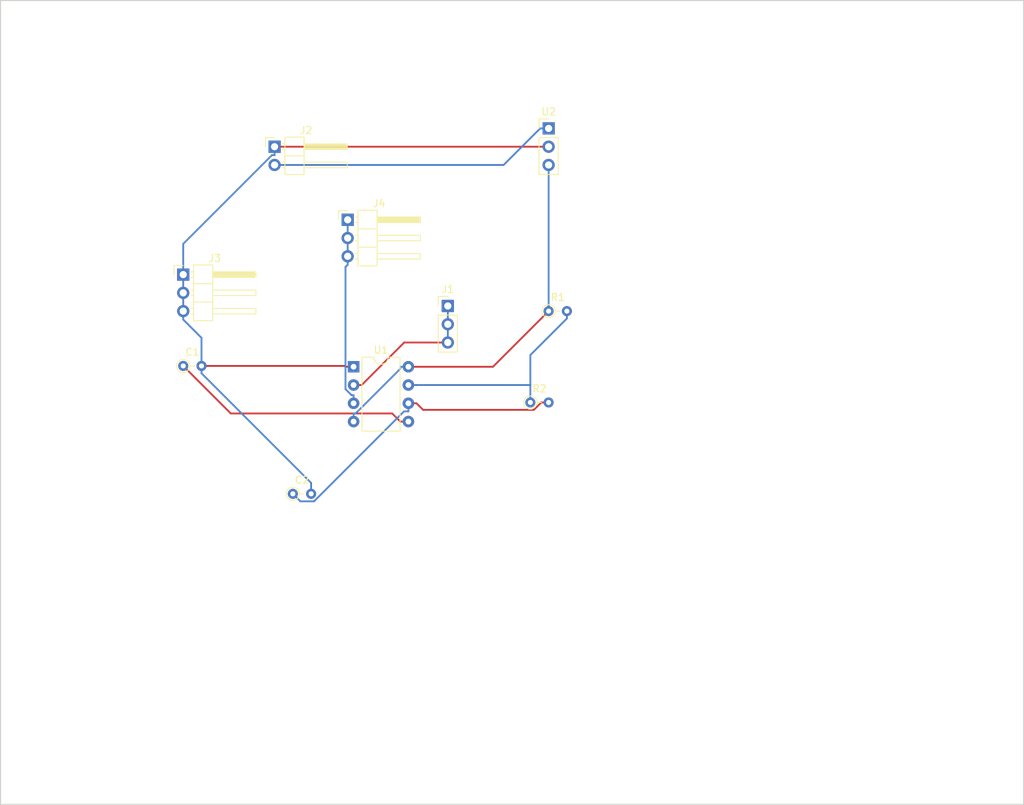
<source format=kicad_pcb>
(kicad_pcb (version 20171130) (host pcbnew 5.0.2-bee76a0~70~ubuntu18.04.1)

  (general
    (thickness 1.6)
    (drawings 4)
    (tracks 60)
    (zones 0)
    (modules 10)
    (nets 9)
  )

  (page A4)
  (layers
    (0 F.Cu signal)
    (31 B.Cu signal)
    (32 B.Adhes user)
    (33 F.Adhes user)
    (34 B.Paste user)
    (35 F.Paste user)
    (36 B.SilkS user)
    (37 F.SilkS user)
    (38 B.Mask user)
    (39 F.Mask user)
    (40 Dwgs.User user)
    (41 Cmts.User user)
    (42 Eco1.User user)
    (43 Eco2.User user)
    (44 Edge.Cuts user)
    (45 Margin user)
    (46 B.CrtYd user)
    (47 F.CrtYd user)
    (48 B.Fab user)
    (49 F.Fab user)
  )

  (setup
    (last_trace_width 0.8)
    (trace_clearance 0.3)
    (zone_clearance 0.508)
    (zone_45_only no)
    (trace_min 0.2)
    (segment_width 0.2)
    (edge_width 0.15)
    (via_size 0.8)
    (via_drill 0.4)
    (via_min_size 0.4)
    (via_min_drill 0.3)
    (uvia_size 0.3)
    (uvia_drill 0.1)
    (uvias_allowed no)
    (uvia_min_size 0.2)
    (uvia_min_drill 0.1)
    (pcb_text_width 0.3)
    (pcb_text_size 1.5 1.5)
    (mod_edge_width 0.15)
    (mod_text_size 1 1)
    (mod_text_width 0.15)
    (pad_size 1.524 1.524)
    (pad_drill 0.762)
    (pad_to_mask_clearance 0.051)
    (solder_mask_min_width 0.25)
    (aux_axis_origin 0 0)
    (visible_elements FFFFFF7F)
    (pcbplotparams
      (layerselection 0x010f0_ffffffff)
      (usegerberextensions false)
      (usegerberattributes false)
      (usegerberadvancedattributes false)
      (creategerberjobfile false)
      (excludeedgelayer true)
      (linewidth 0.100000)
      (plotframeref true)
      (viasonmask false)
      (mode 1)
      (useauxorigin false)
      (hpglpennumber 1)
      (hpglpenspeed 20)
      (hpglpendiameter 15.000000)
      (psnegative false)
      (psa4output false)
      (plotreference true)
      (plotvalue true)
      (plotinvisibletext false)
      (padsonsilk false)
      (subtractmaskfromsilk false)
      (outputformat 1)
      (mirror false)
      (drillshape 0)
      (scaleselection 1)
      (outputdirectory "gerbers/"))
  )

  (net 0 "")
  (net 1 "Net-(C1-Pad2)")
  (net 2 "Net-(C1-Pad1)")
  (net 3 "Net-(C2-Pad1)")
  (net 4 "Net-(J1-Pad1)")
  (net 5 "Net-(J2-Pad2)")
  (net 6 "Net-(J4-Pad1)")
  (net 7 "Net-(R1-Pad1)")
  (net 8 "Net-(R1-Pad2)")

  (net_class Default "This is the default net class."
    (clearance 0.3)
    (trace_width 0.8)
    (via_dia 0.8)
    (via_drill 0.4)
    (uvia_dia 0.3)
    (uvia_drill 0.1)
    (add_net "Net-(C1-Pad1)")
    (add_net "Net-(C1-Pad2)")
    (add_net "Net-(C2-Pad1)")
    (add_net "Net-(J1-Pad1)")
    (add_net "Net-(J2-Pad2)")
    (add_net "Net-(J4-Pad1)")
    (add_net "Net-(R1-Pad1)")
    (add_net "Net-(R1-Pad2)")
  )

  (module Resistor_THT:R_Axial_DIN0204_L3.6mm_D1.6mm_P2.54mm_Vertical (layer F.Cu) (tedit 5AE5139B) (tstamp 5C8B5937)
    (at 50.8 76.2)
    (descr "Resistor, Axial_DIN0204 series, Axial, Vertical, pin pitch=2.54mm, 0.167W, length*diameter=3.6*1.6mm^2, http://cdn-reichelt.de/documents/datenblatt/B400/1_4W%23YAG.pdf")
    (tags "Resistor Axial_DIN0204 series Axial Vertical pin pitch 2.54mm 0.167W length 3.6mm diameter 1.6mm")
    (path /5C7EEEC8)
    (fp_text reference C1 (at 1.27 -1.92) (layer F.SilkS)
      (effects (font (size 1 1) (thickness 0.15)))
    )
    (fp_text value 0.01uF (at 1.27 1.92) (layer F.Fab)
      (effects (font (size 1 1) (thickness 0.15)))
    )
    (fp_text user %R (at 1.27 -1.92) (layer F.Fab)
      (effects (font (size 1 1) (thickness 0.15)))
    )
    (fp_line (start 3.49 -1.05) (end -1.05 -1.05) (layer F.CrtYd) (width 0.05))
    (fp_line (start 3.49 1.05) (end 3.49 -1.05) (layer F.CrtYd) (width 0.05))
    (fp_line (start -1.05 1.05) (end 3.49 1.05) (layer F.CrtYd) (width 0.05))
    (fp_line (start -1.05 -1.05) (end -1.05 1.05) (layer F.CrtYd) (width 0.05))
    (fp_line (start 0.92 0) (end 1.54 0) (layer F.SilkS) (width 0.12))
    (fp_line (start 0 0) (end 2.54 0) (layer F.Fab) (width 0.1))
    (fp_circle (center 0 0) (end 0.92 0) (layer F.SilkS) (width 0.12))
    (fp_circle (center 0 0) (end 0.8 0) (layer F.Fab) (width 0.1))
    (pad 2 thru_hole oval (at 2.54 0) (size 1.4 1.4) (drill 0.7) (layers *.Cu *.Mask)
      (net 1 "Net-(C1-Pad2)"))
    (pad 1 thru_hole circle (at 0 0) (size 1.4 1.4) (drill 0.7) (layers *.Cu *.Mask)
      (net 2 "Net-(C1-Pad1)"))
    (model ${KISYS3DMOD}/Resistor_THT.3dshapes/R_Axial_DIN0204_L3.6mm_D1.6mm_P2.54mm_Vertical.wrl
      (at (xyz 0 0 0))
      (scale (xyz 1 1 1))
      (rotate (xyz 0 0 0))
    )
  )

  (module Resistor_THT:R_Axial_DIN0204_L3.6mm_D1.6mm_P2.54mm_Vertical (layer F.Cu) (tedit 5AE5139B) (tstamp 5C8B5946)
    (at 66.04 93.98)
    (descr "Resistor, Axial_DIN0204 series, Axial, Vertical, pin pitch=2.54mm, 0.167W, length*diameter=3.6*1.6mm^2, http://cdn-reichelt.de/documents/datenblatt/B400/1_4W%23YAG.pdf")
    (tags "Resistor Axial_DIN0204 series Axial Vertical pin pitch 2.54mm 0.167W length 3.6mm diameter 1.6mm")
    (path /5C7ECA51)
    (fp_text reference C2 (at 1.27 -1.92) (layer F.SilkS)
      (effects (font (size 1 1) (thickness 0.15)))
    )
    (fp_text value 100pF (at 1.27 1.92) (layer F.Fab)
      (effects (font (size 1 1) (thickness 0.15)))
    )
    (fp_circle (center 0 0) (end 0.8 0) (layer F.Fab) (width 0.1))
    (fp_circle (center 0 0) (end 0.92 0) (layer F.SilkS) (width 0.12))
    (fp_line (start 0 0) (end 2.54 0) (layer F.Fab) (width 0.1))
    (fp_line (start 0.92 0) (end 1.54 0) (layer F.SilkS) (width 0.12))
    (fp_line (start -1.05 -1.05) (end -1.05 1.05) (layer F.CrtYd) (width 0.05))
    (fp_line (start -1.05 1.05) (end 3.49 1.05) (layer F.CrtYd) (width 0.05))
    (fp_line (start 3.49 1.05) (end 3.49 -1.05) (layer F.CrtYd) (width 0.05))
    (fp_line (start 3.49 -1.05) (end -1.05 -1.05) (layer F.CrtYd) (width 0.05))
    (fp_text user %R (at 1.27 -1.92) (layer F.Fab)
      (effects (font (size 1 1) (thickness 0.15)))
    )
    (pad 1 thru_hole circle (at 0 0) (size 1.4 1.4) (drill 0.7) (layers *.Cu *.Mask)
      (net 3 "Net-(C2-Pad1)"))
    (pad 2 thru_hole oval (at 2.54 0) (size 1.4 1.4) (drill 0.7) (layers *.Cu *.Mask)
      (net 1 "Net-(C1-Pad2)"))
    (model ${KISYS3DMOD}/Resistor_THT.3dshapes/R_Axial_DIN0204_L3.6mm_D1.6mm_P2.54mm_Vertical.wrl
      (at (xyz 0 0 0))
      (scale (xyz 1 1 1))
      (rotate (xyz 0 0 0))
    )
  )

  (module Connector_PinHeader_2.54mm:PinHeader_1x03_P2.54mm_Vertical (layer F.Cu) (tedit 59FED5CC) (tstamp 5C8B595D)
    (at 87.585 67.865)
    (descr "Through hole straight pin header, 1x03, 2.54mm pitch, single row")
    (tags "Through hole pin header THT 1x03 2.54mm single row")
    (path /5C7F0022)
    (fp_text reference J1 (at 0 -2.33) (layer F.SilkS)
      (effects (font (size 1 1) (thickness 0.15)))
    )
    (fp_text value "Input Trigger Raspi" (at 0 7.41) (layer F.Fab)
      (effects (font (size 1 1) (thickness 0.15)))
    )
    (fp_text user %R (at 0 2.54 90) (layer F.Fab)
      (effects (font (size 1 1) (thickness 0.15)))
    )
    (fp_line (start 1.8 -1.8) (end -1.8 -1.8) (layer F.CrtYd) (width 0.05))
    (fp_line (start 1.8 6.85) (end 1.8 -1.8) (layer F.CrtYd) (width 0.05))
    (fp_line (start -1.8 6.85) (end 1.8 6.85) (layer F.CrtYd) (width 0.05))
    (fp_line (start -1.8 -1.8) (end -1.8 6.85) (layer F.CrtYd) (width 0.05))
    (fp_line (start -1.33 -1.33) (end 0 -1.33) (layer F.SilkS) (width 0.12))
    (fp_line (start -1.33 0) (end -1.33 -1.33) (layer F.SilkS) (width 0.12))
    (fp_line (start -1.33 1.27) (end 1.33 1.27) (layer F.SilkS) (width 0.12))
    (fp_line (start 1.33 1.27) (end 1.33 6.41) (layer F.SilkS) (width 0.12))
    (fp_line (start -1.33 1.27) (end -1.33 6.41) (layer F.SilkS) (width 0.12))
    (fp_line (start -1.33 6.41) (end 1.33 6.41) (layer F.SilkS) (width 0.12))
    (fp_line (start -1.27 -0.635) (end -0.635 -1.27) (layer F.Fab) (width 0.1))
    (fp_line (start -1.27 6.35) (end -1.27 -0.635) (layer F.Fab) (width 0.1))
    (fp_line (start 1.27 6.35) (end -1.27 6.35) (layer F.Fab) (width 0.1))
    (fp_line (start 1.27 -1.27) (end 1.27 6.35) (layer F.Fab) (width 0.1))
    (fp_line (start -0.635 -1.27) (end 1.27 -1.27) (layer F.Fab) (width 0.1))
    (pad 3 thru_hole oval (at 0 5.08) (size 1.7 1.7) (drill 1) (layers *.Cu *.Mask)
      (net 4 "Net-(J1-Pad1)"))
    (pad 2 thru_hole oval (at 0 2.54) (size 1.7 1.7) (drill 1) (layers *.Cu *.Mask)
      (net 4 "Net-(J1-Pad1)"))
    (pad 1 thru_hole rect (at 0 0) (size 1.7 1.7) (drill 1) (layers *.Cu *.Mask)
      (net 4 "Net-(J1-Pad1)"))
    (model ${KISYS3DMOD}/Connector_PinHeader_2.54mm.3dshapes/PinHeader_1x03_P2.54mm_Vertical.wrl
      (at (xyz 0 0 0))
      (scale (xyz 1 1 1))
      (rotate (xyz 0 0 0))
    )
  )

  (module Connector_PinHeader_2.54mm:PinHeader_1x02_P2.54mm_Horizontal (layer F.Cu) (tedit 59FED5CB) (tstamp 5C8B5990)
    (at 63.5 45.72)
    (descr "Through hole angled pin header, 1x02, 2.54mm pitch, 6mm pin length, single row")
    (tags "Through hole angled pin header THT 1x02 2.54mm single row")
    (path /5C7F6482)
    (fp_text reference J2 (at 4.385 -2.27) (layer F.SilkS)
      (effects (font (size 1 1) (thickness 0.15)))
    )
    (fp_text value "Battery Input Terminal(1GND,2VCC)" (at 4.385 4.81) (layer F.Fab)
      (effects (font (size 1 1) (thickness 0.15)))
    )
    (fp_line (start 2.135 -1.27) (end 4.04 -1.27) (layer F.Fab) (width 0.1))
    (fp_line (start 4.04 -1.27) (end 4.04 3.81) (layer F.Fab) (width 0.1))
    (fp_line (start 4.04 3.81) (end 1.5 3.81) (layer F.Fab) (width 0.1))
    (fp_line (start 1.5 3.81) (end 1.5 -0.635) (layer F.Fab) (width 0.1))
    (fp_line (start 1.5 -0.635) (end 2.135 -1.27) (layer F.Fab) (width 0.1))
    (fp_line (start -0.32 -0.32) (end 1.5 -0.32) (layer F.Fab) (width 0.1))
    (fp_line (start -0.32 -0.32) (end -0.32 0.32) (layer F.Fab) (width 0.1))
    (fp_line (start -0.32 0.32) (end 1.5 0.32) (layer F.Fab) (width 0.1))
    (fp_line (start 4.04 -0.32) (end 10.04 -0.32) (layer F.Fab) (width 0.1))
    (fp_line (start 10.04 -0.32) (end 10.04 0.32) (layer F.Fab) (width 0.1))
    (fp_line (start 4.04 0.32) (end 10.04 0.32) (layer F.Fab) (width 0.1))
    (fp_line (start -0.32 2.22) (end 1.5 2.22) (layer F.Fab) (width 0.1))
    (fp_line (start -0.32 2.22) (end -0.32 2.86) (layer F.Fab) (width 0.1))
    (fp_line (start -0.32 2.86) (end 1.5 2.86) (layer F.Fab) (width 0.1))
    (fp_line (start 4.04 2.22) (end 10.04 2.22) (layer F.Fab) (width 0.1))
    (fp_line (start 10.04 2.22) (end 10.04 2.86) (layer F.Fab) (width 0.1))
    (fp_line (start 4.04 2.86) (end 10.04 2.86) (layer F.Fab) (width 0.1))
    (fp_line (start 1.44 -1.33) (end 1.44 3.87) (layer F.SilkS) (width 0.12))
    (fp_line (start 1.44 3.87) (end 4.1 3.87) (layer F.SilkS) (width 0.12))
    (fp_line (start 4.1 3.87) (end 4.1 -1.33) (layer F.SilkS) (width 0.12))
    (fp_line (start 4.1 -1.33) (end 1.44 -1.33) (layer F.SilkS) (width 0.12))
    (fp_line (start 4.1 -0.38) (end 10.1 -0.38) (layer F.SilkS) (width 0.12))
    (fp_line (start 10.1 -0.38) (end 10.1 0.38) (layer F.SilkS) (width 0.12))
    (fp_line (start 10.1 0.38) (end 4.1 0.38) (layer F.SilkS) (width 0.12))
    (fp_line (start 4.1 -0.32) (end 10.1 -0.32) (layer F.SilkS) (width 0.12))
    (fp_line (start 4.1 -0.2) (end 10.1 -0.2) (layer F.SilkS) (width 0.12))
    (fp_line (start 4.1 -0.08) (end 10.1 -0.08) (layer F.SilkS) (width 0.12))
    (fp_line (start 4.1 0.04) (end 10.1 0.04) (layer F.SilkS) (width 0.12))
    (fp_line (start 4.1 0.16) (end 10.1 0.16) (layer F.SilkS) (width 0.12))
    (fp_line (start 4.1 0.28) (end 10.1 0.28) (layer F.SilkS) (width 0.12))
    (fp_line (start 1.11 -0.38) (end 1.44 -0.38) (layer F.SilkS) (width 0.12))
    (fp_line (start 1.11 0.38) (end 1.44 0.38) (layer F.SilkS) (width 0.12))
    (fp_line (start 1.44 1.27) (end 4.1 1.27) (layer F.SilkS) (width 0.12))
    (fp_line (start 4.1 2.16) (end 10.1 2.16) (layer F.SilkS) (width 0.12))
    (fp_line (start 10.1 2.16) (end 10.1 2.92) (layer F.SilkS) (width 0.12))
    (fp_line (start 10.1 2.92) (end 4.1 2.92) (layer F.SilkS) (width 0.12))
    (fp_line (start 1.042929 2.16) (end 1.44 2.16) (layer F.SilkS) (width 0.12))
    (fp_line (start 1.042929 2.92) (end 1.44 2.92) (layer F.SilkS) (width 0.12))
    (fp_line (start -1.27 0) (end -1.27 -1.27) (layer F.SilkS) (width 0.12))
    (fp_line (start -1.27 -1.27) (end 0 -1.27) (layer F.SilkS) (width 0.12))
    (fp_line (start -1.8 -1.8) (end -1.8 4.35) (layer F.CrtYd) (width 0.05))
    (fp_line (start -1.8 4.35) (end 10.55 4.35) (layer F.CrtYd) (width 0.05))
    (fp_line (start 10.55 4.35) (end 10.55 -1.8) (layer F.CrtYd) (width 0.05))
    (fp_line (start 10.55 -1.8) (end -1.8 -1.8) (layer F.CrtYd) (width 0.05))
    (fp_text user %R (at 2.77 1.27 90) (layer F.Fab)
      (effects (font (size 1 1) (thickness 0.15)))
    )
    (pad 1 thru_hole rect (at 0 0) (size 1.7 1.7) (drill 1) (layers *.Cu *.Mask)
      (net 1 "Net-(C1-Pad2)"))
    (pad 2 thru_hole oval (at 0 2.54) (size 1.7 1.7) (drill 1) (layers *.Cu *.Mask)
      (net 5 "Net-(J2-Pad2)"))
    (model ${KISYS3DMOD}/Connector_PinHeader_2.54mm.3dshapes/PinHeader_1x02_P2.54mm_Horizontal.wrl
      (at (xyz 0 0 0))
      (scale (xyz 1 1 1))
      (rotate (xyz 0 0 0))
    )
  )

  (module Connector_PinHeader_2.54mm:PinHeader_1x03_P2.54mm_Horizontal (layer F.Cu) (tedit 59FED5CB) (tstamp 5C8B59D0)
    (at 50.8 63.5)
    (descr "Through hole angled pin header, 1x03, 2.54mm pitch, 6mm pin length, single row")
    (tags "Through hole angled pin header THT 1x03 2.54mm single row")
    (path /5C7EC35A)
    (fp_text reference J3 (at 4.385 -2.27) (layer F.SilkS)
      (effects (font (size 1 1) (thickness 0.15)))
    )
    (fp_text value "GND Matching" (at 4.385 7.35) (layer F.Fab)
      (effects (font (size 1 1) (thickness 0.15)))
    )
    (fp_text user %R (at 2.77 2.54 90) (layer F.Fab)
      (effects (font (size 1 1) (thickness 0.15)))
    )
    (fp_line (start 10.55 -1.8) (end -1.8 -1.8) (layer F.CrtYd) (width 0.05))
    (fp_line (start 10.55 6.85) (end 10.55 -1.8) (layer F.CrtYd) (width 0.05))
    (fp_line (start -1.8 6.85) (end 10.55 6.85) (layer F.CrtYd) (width 0.05))
    (fp_line (start -1.8 -1.8) (end -1.8 6.85) (layer F.CrtYd) (width 0.05))
    (fp_line (start -1.27 -1.27) (end 0 -1.27) (layer F.SilkS) (width 0.12))
    (fp_line (start -1.27 0) (end -1.27 -1.27) (layer F.SilkS) (width 0.12))
    (fp_line (start 1.042929 5.46) (end 1.44 5.46) (layer F.SilkS) (width 0.12))
    (fp_line (start 1.042929 4.7) (end 1.44 4.7) (layer F.SilkS) (width 0.12))
    (fp_line (start 10.1 5.46) (end 4.1 5.46) (layer F.SilkS) (width 0.12))
    (fp_line (start 10.1 4.7) (end 10.1 5.46) (layer F.SilkS) (width 0.12))
    (fp_line (start 4.1 4.7) (end 10.1 4.7) (layer F.SilkS) (width 0.12))
    (fp_line (start 1.44 3.81) (end 4.1 3.81) (layer F.SilkS) (width 0.12))
    (fp_line (start 1.042929 2.92) (end 1.44 2.92) (layer F.SilkS) (width 0.12))
    (fp_line (start 1.042929 2.16) (end 1.44 2.16) (layer F.SilkS) (width 0.12))
    (fp_line (start 10.1 2.92) (end 4.1 2.92) (layer F.SilkS) (width 0.12))
    (fp_line (start 10.1 2.16) (end 10.1 2.92) (layer F.SilkS) (width 0.12))
    (fp_line (start 4.1 2.16) (end 10.1 2.16) (layer F.SilkS) (width 0.12))
    (fp_line (start 1.44 1.27) (end 4.1 1.27) (layer F.SilkS) (width 0.12))
    (fp_line (start 1.11 0.38) (end 1.44 0.38) (layer F.SilkS) (width 0.12))
    (fp_line (start 1.11 -0.38) (end 1.44 -0.38) (layer F.SilkS) (width 0.12))
    (fp_line (start 4.1 0.28) (end 10.1 0.28) (layer F.SilkS) (width 0.12))
    (fp_line (start 4.1 0.16) (end 10.1 0.16) (layer F.SilkS) (width 0.12))
    (fp_line (start 4.1 0.04) (end 10.1 0.04) (layer F.SilkS) (width 0.12))
    (fp_line (start 4.1 -0.08) (end 10.1 -0.08) (layer F.SilkS) (width 0.12))
    (fp_line (start 4.1 -0.2) (end 10.1 -0.2) (layer F.SilkS) (width 0.12))
    (fp_line (start 4.1 -0.32) (end 10.1 -0.32) (layer F.SilkS) (width 0.12))
    (fp_line (start 10.1 0.38) (end 4.1 0.38) (layer F.SilkS) (width 0.12))
    (fp_line (start 10.1 -0.38) (end 10.1 0.38) (layer F.SilkS) (width 0.12))
    (fp_line (start 4.1 -0.38) (end 10.1 -0.38) (layer F.SilkS) (width 0.12))
    (fp_line (start 4.1 -1.33) (end 1.44 -1.33) (layer F.SilkS) (width 0.12))
    (fp_line (start 4.1 6.41) (end 4.1 -1.33) (layer F.SilkS) (width 0.12))
    (fp_line (start 1.44 6.41) (end 4.1 6.41) (layer F.SilkS) (width 0.12))
    (fp_line (start 1.44 -1.33) (end 1.44 6.41) (layer F.SilkS) (width 0.12))
    (fp_line (start 4.04 5.4) (end 10.04 5.4) (layer F.Fab) (width 0.1))
    (fp_line (start 10.04 4.76) (end 10.04 5.4) (layer F.Fab) (width 0.1))
    (fp_line (start 4.04 4.76) (end 10.04 4.76) (layer F.Fab) (width 0.1))
    (fp_line (start -0.32 5.4) (end 1.5 5.4) (layer F.Fab) (width 0.1))
    (fp_line (start -0.32 4.76) (end -0.32 5.4) (layer F.Fab) (width 0.1))
    (fp_line (start -0.32 4.76) (end 1.5 4.76) (layer F.Fab) (width 0.1))
    (fp_line (start 4.04 2.86) (end 10.04 2.86) (layer F.Fab) (width 0.1))
    (fp_line (start 10.04 2.22) (end 10.04 2.86) (layer F.Fab) (width 0.1))
    (fp_line (start 4.04 2.22) (end 10.04 2.22) (layer F.Fab) (width 0.1))
    (fp_line (start -0.32 2.86) (end 1.5 2.86) (layer F.Fab) (width 0.1))
    (fp_line (start -0.32 2.22) (end -0.32 2.86) (layer F.Fab) (width 0.1))
    (fp_line (start -0.32 2.22) (end 1.5 2.22) (layer F.Fab) (width 0.1))
    (fp_line (start 4.04 0.32) (end 10.04 0.32) (layer F.Fab) (width 0.1))
    (fp_line (start 10.04 -0.32) (end 10.04 0.32) (layer F.Fab) (width 0.1))
    (fp_line (start 4.04 -0.32) (end 10.04 -0.32) (layer F.Fab) (width 0.1))
    (fp_line (start -0.32 0.32) (end 1.5 0.32) (layer F.Fab) (width 0.1))
    (fp_line (start -0.32 -0.32) (end -0.32 0.32) (layer F.Fab) (width 0.1))
    (fp_line (start -0.32 -0.32) (end 1.5 -0.32) (layer F.Fab) (width 0.1))
    (fp_line (start 1.5 -0.635) (end 2.135 -1.27) (layer F.Fab) (width 0.1))
    (fp_line (start 1.5 6.35) (end 1.5 -0.635) (layer F.Fab) (width 0.1))
    (fp_line (start 4.04 6.35) (end 1.5 6.35) (layer F.Fab) (width 0.1))
    (fp_line (start 4.04 -1.27) (end 4.04 6.35) (layer F.Fab) (width 0.1))
    (fp_line (start 2.135 -1.27) (end 4.04 -1.27) (layer F.Fab) (width 0.1))
    (pad 3 thru_hole oval (at 0 5.08) (size 1.7 1.7) (drill 1) (layers *.Cu *.Mask)
      (net 1 "Net-(C1-Pad2)"))
    (pad 2 thru_hole oval (at 0 2.54) (size 1.7 1.7) (drill 1) (layers *.Cu *.Mask)
      (net 1 "Net-(C1-Pad2)"))
    (pad 1 thru_hole rect (at 0 0) (size 1.7 1.7) (drill 1) (layers *.Cu *.Mask)
      (net 1 "Net-(C1-Pad2)"))
    (model ${KISYS3DMOD}/Connector_PinHeader_2.54mm.3dshapes/PinHeader_1x03_P2.54mm_Horizontal.wrl
      (at (xyz 0 0 0))
      (scale (xyz 1 1 1))
      (rotate (xyz 0 0 0))
    )
  )

  (module Connector_PinHeader_2.54mm:PinHeader_1x03_P2.54mm_Horizontal (layer F.Cu) (tedit 59FED5CB) (tstamp 5C8B5A10)
    (at 73.66 55.88)
    (descr "Through hole angled pin header, 1x03, 2.54mm pitch, 6mm pin length, single row")
    (tags "Through hole angled pin header THT 1x03 2.54mm single row")
    (path /5C7EBE91)
    (fp_text reference J4 (at 4.385 -2.27) (layer F.SilkS)
      (effects (font (size 1 1) (thickness 0.15)))
    )
    (fp_text value "Output Frequency " (at 4.385 7.35) (layer F.Fab)
      (effects (font (size 1 1) (thickness 0.15)))
    )
    (fp_line (start 2.135 -1.27) (end 4.04 -1.27) (layer F.Fab) (width 0.1))
    (fp_line (start 4.04 -1.27) (end 4.04 6.35) (layer F.Fab) (width 0.1))
    (fp_line (start 4.04 6.35) (end 1.5 6.35) (layer F.Fab) (width 0.1))
    (fp_line (start 1.5 6.35) (end 1.5 -0.635) (layer F.Fab) (width 0.1))
    (fp_line (start 1.5 -0.635) (end 2.135 -1.27) (layer F.Fab) (width 0.1))
    (fp_line (start -0.32 -0.32) (end 1.5 -0.32) (layer F.Fab) (width 0.1))
    (fp_line (start -0.32 -0.32) (end -0.32 0.32) (layer F.Fab) (width 0.1))
    (fp_line (start -0.32 0.32) (end 1.5 0.32) (layer F.Fab) (width 0.1))
    (fp_line (start 4.04 -0.32) (end 10.04 -0.32) (layer F.Fab) (width 0.1))
    (fp_line (start 10.04 -0.32) (end 10.04 0.32) (layer F.Fab) (width 0.1))
    (fp_line (start 4.04 0.32) (end 10.04 0.32) (layer F.Fab) (width 0.1))
    (fp_line (start -0.32 2.22) (end 1.5 2.22) (layer F.Fab) (width 0.1))
    (fp_line (start -0.32 2.22) (end -0.32 2.86) (layer F.Fab) (width 0.1))
    (fp_line (start -0.32 2.86) (end 1.5 2.86) (layer F.Fab) (width 0.1))
    (fp_line (start 4.04 2.22) (end 10.04 2.22) (layer F.Fab) (width 0.1))
    (fp_line (start 10.04 2.22) (end 10.04 2.86) (layer F.Fab) (width 0.1))
    (fp_line (start 4.04 2.86) (end 10.04 2.86) (layer F.Fab) (width 0.1))
    (fp_line (start -0.32 4.76) (end 1.5 4.76) (layer F.Fab) (width 0.1))
    (fp_line (start -0.32 4.76) (end -0.32 5.4) (layer F.Fab) (width 0.1))
    (fp_line (start -0.32 5.4) (end 1.5 5.4) (layer F.Fab) (width 0.1))
    (fp_line (start 4.04 4.76) (end 10.04 4.76) (layer F.Fab) (width 0.1))
    (fp_line (start 10.04 4.76) (end 10.04 5.4) (layer F.Fab) (width 0.1))
    (fp_line (start 4.04 5.4) (end 10.04 5.4) (layer F.Fab) (width 0.1))
    (fp_line (start 1.44 -1.33) (end 1.44 6.41) (layer F.SilkS) (width 0.12))
    (fp_line (start 1.44 6.41) (end 4.1 6.41) (layer F.SilkS) (width 0.12))
    (fp_line (start 4.1 6.41) (end 4.1 -1.33) (layer F.SilkS) (width 0.12))
    (fp_line (start 4.1 -1.33) (end 1.44 -1.33) (layer F.SilkS) (width 0.12))
    (fp_line (start 4.1 -0.38) (end 10.1 -0.38) (layer F.SilkS) (width 0.12))
    (fp_line (start 10.1 -0.38) (end 10.1 0.38) (layer F.SilkS) (width 0.12))
    (fp_line (start 10.1 0.38) (end 4.1 0.38) (layer F.SilkS) (width 0.12))
    (fp_line (start 4.1 -0.32) (end 10.1 -0.32) (layer F.SilkS) (width 0.12))
    (fp_line (start 4.1 -0.2) (end 10.1 -0.2) (layer F.SilkS) (width 0.12))
    (fp_line (start 4.1 -0.08) (end 10.1 -0.08) (layer F.SilkS) (width 0.12))
    (fp_line (start 4.1 0.04) (end 10.1 0.04) (layer F.SilkS) (width 0.12))
    (fp_line (start 4.1 0.16) (end 10.1 0.16) (layer F.SilkS) (width 0.12))
    (fp_line (start 4.1 0.28) (end 10.1 0.28) (layer F.SilkS) (width 0.12))
    (fp_line (start 1.11 -0.38) (end 1.44 -0.38) (layer F.SilkS) (width 0.12))
    (fp_line (start 1.11 0.38) (end 1.44 0.38) (layer F.SilkS) (width 0.12))
    (fp_line (start 1.44 1.27) (end 4.1 1.27) (layer F.SilkS) (width 0.12))
    (fp_line (start 4.1 2.16) (end 10.1 2.16) (layer F.SilkS) (width 0.12))
    (fp_line (start 10.1 2.16) (end 10.1 2.92) (layer F.SilkS) (width 0.12))
    (fp_line (start 10.1 2.92) (end 4.1 2.92) (layer F.SilkS) (width 0.12))
    (fp_line (start 1.042929 2.16) (end 1.44 2.16) (layer F.SilkS) (width 0.12))
    (fp_line (start 1.042929 2.92) (end 1.44 2.92) (layer F.SilkS) (width 0.12))
    (fp_line (start 1.44 3.81) (end 4.1 3.81) (layer F.SilkS) (width 0.12))
    (fp_line (start 4.1 4.7) (end 10.1 4.7) (layer F.SilkS) (width 0.12))
    (fp_line (start 10.1 4.7) (end 10.1 5.46) (layer F.SilkS) (width 0.12))
    (fp_line (start 10.1 5.46) (end 4.1 5.46) (layer F.SilkS) (width 0.12))
    (fp_line (start 1.042929 4.7) (end 1.44 4.7) (layer F.SilkS) (width 0.12))
    (fp_line (start 1.042929 5.46) (end 1.44 5.46) (layer F.SilkS) (width 0.12))
    (fp_line (start -1.27 0) (end -1.27 -1.27) (layer F.SilkS) (width 0.12))
    (fp_line (start -1.27 -1.27) (end 0 -1.27) (layer F.SilkS) (width 0.12))
    (fp_line (start -1.8 -1.8) (end -1.8 6.85) (layer F.CrtYd) (width 0.05))
    (fp_line (start -1.8 6.85) (end 10.55 6.85) (layer F.CrtYd) (width 0.05))
    (fp_line (start 10.55 6.85) (end 10.55 -1.8) (layer F.CrtYd) (width 0.05))
    (fp_line (start 10.55 -1.8) (end -1.8 -1.8) (layer F.CrtYd) (width 0.05))
    (fp_text user %R (at 2.77 2.54 90) (layer F.Fab)
      (effects (font (size 1 1) (thickness 0.15)))
    )
    (pad 1 thru_hole rect (at 0 0) (size 1.7 1.7) (drill 1) (layers *.Cu *.Mask)
      (net 6 "Net-(J4-Pad1)"))
    (pad 2 thru_hole oval (at 0 2.54) (size 1.7 1.7) (drill 1) (layers *.Cu *.Mask)
      (net 6 "Net-(J4-Pad1)"))
    (pad 3 thru_hole oval (at 0 5.08) (size 1.7 1.7) (drill 1) (layers *.Cu *.Mask)
      (net 6 "Net-(J4-Pad1)"))
    (model ${KISYS3DMOD}/Connector_PinHeader_2.54mm.3dshapes/PinHeader_1x03_P2.54mm_Horizontal.wrl
      (at (xyz 0 0 0))
      (scale (xyz 1 1 1))
      (rotate (xyz 0 0 0))
    )
  )

  (module Resistor_THT:R_Axial_DIN0204_L3.6mm_D1.6mm_P2.54mm_Vertical (layer F.Cu) (tedit 5AE5139B) (tstamp 5C8B5A1F)
    (at 101.6 68.58)
    (descr "Resistor, Axial_DIN0204 series, Axial, Vertical, pin pitch=2.54mm, 0.167W, length*diameter=3.6*1.6mm^2, http://cdn-reichelt.de/documents/datenblatt/B400/1_4W%23YAG.pdf")
    (tags "Resistor Axial_DIN0204 series Axial Vertical pin pitch 2.54mm 0.167W length 3.6mm diameter 1.6mm")
    (path /5C7EC958)
    (fp_text reference R1 (at 1.27 -1.92) (layer F.SilkS)
      (effects (font (size 1 1) (thickness 0.15)))
    )
    (fp_text value 220K (at 1.27 1.92) (layer F.Fab)
      (effects (font (size 1 1) (thickness 0.15)))
    )
    (fp_circle (center 0 0) (end 0.8 0) (layer F.Fab) (width 0.1))
    (fp_circle (center 0 0) (end 0.92 0) (layer F.SilkS) (width 0.12))
    (fp_line (start 0 0) (end 2.54 0) (layer F.Fab) (width 0.1))
    (fp_line (start 0.92 0) (end 1.54 0) (layer F.SilkS) (width 0.12))
    (fp_line (start -1.05 -1.05) (end -1.05 1.05) (layer F.CrtYd) (width 0.05))
    (fp_line (start -1.05 1.05) (end 3.49 1.05) (layer F.CrtYd) (width 0.05))
    (fp_line (start 3.49 1.05) (end 3.49 -1.05) (layer F.CrtYd) (width 0.05))
    (fp_line (start 3.49 -1.05) (end -1.05 -1.05) (layer F.CrtYd) (width 0.05))
    (fp_text user %R (at 1.27 -1.92) (layer F.Fab)
      (effects (font (size 1 1) (thickness 0.15)))
    )
    (pad 1 thru_hole circle (at 0 0) (size 1.4 1.4) (drill 0.7) (layers *.Cu *.Mask)
      (net 7 "Net-(R1-Pad1)"))
    (pad 2 thru_hole oval (at 2.54 0) (size 1.4 1.4) (drill 0.7) (layers *.Cu *.Mask)
      (net 8 "Net-(R1-Pad2)"))
    (model ${KISYS3DMOD}/Resistor_THT.3dshapes/R_Axial_DIN0204_L3.6mm_D1.6mm_P2.54mm_Vertical.wrl
      (at (xyz 0 0 0))
      (scale (xyz 1 1 1))
      (rotate (xyz 0 0 0))
    )
  )

  (module Resistor_THT:R_Axial_DIN0204_L3.6mm_D1.6mm_P2.54mm_Vertical (layer F.Cu) (tedit 5AE5139B) (tstamp 5C8B5A2E)
    (at 99.06 81.28)
    (descr "Resistor, Axial_DIN0204 series, Axial, Vertical, pin pitch=2.54mm, 0.167W, length*diameter=3.6*1.6mm^2, http://cdn-reichelt.de/documents/datenblatt/B400/1_4W%23YAG.pdf")
    (tags "Resistor Axial_DIN0204 series Axial Vertical pin pitch 2.54mm 0.167W length 3.6mm diameter 1.6mm")
    (path /5C7EC98F)
    (fp_text reference R2 (at 1.27 -1.92) (layer F.SilkS)
      (effects (font (size 1 1) (thickness 0.15)))
    )
    (fp_text value 1K (at 1.27 1.92) (layer F.Fab)
      (effects (font (size 1 1) (thickness 0.15)))
    )
    (fp_text user %R (at 1.27 -1.92) (layer F.Fab)
      (effects (font (size 1 1) (thickness 0.15)))
    )
    (fp_line (start 3.49 -1.05) (end -1.05 -1.05) (layer F.CrtYd) (width 0.05))
    (fp_line (start 3.49 1.05) (end 3.49 -1.05) (layer F.CrtYd) (width 0.05))
    (fp_line (start -1.05 1.05) (end 3.49 1.05) (layer F.CrtYd) (width 0.05))
    (fp_line (start -1.05 -1.05) (end -1.05 1.05) (layer F.CrtYd) (width 0.05))
    (fp_line (start 0.92 0) (end 1.54 0) (layer F.SilkS) (width 0.12))
    (fp_line (start 0 0) (end 2.54 0) (layer F.Fab) (width 0.1))
    (fp_circle (center 0 0) (end 0.92 0) (layer F.SilkS) (width 0.12))
    (fp_circle (center 0 0) (end 0.8 0) (layer F.Fab) (width 0.1))
    (pad 2 thru_hole oval (at 2.54 0) (size 1.4 1.4) (drill 0.7) (layers *.Cu *.Mask)
      (net 3 "Net-(C2-Pad1)"))
    (pad 1 thru_hole circle (at 0 0) (size 1.4 1.4) (drill 0.7) (layers *.Cu *.Mask)
      (net 8 "Net-(R1-Pad2)"))
    (model ${KISYS3DMOD}/Resistor_THT.3dshapes/R_Axial_DIN0204_L3.6mm_D1.6mm_P2.54mm_Vertical.wrl
      (at (xyz 0 0 0))
      (scale (xyz 1 1 1))
      (rotate (xyz 0 0 0))
    )
  )

  (module Package_DIP:DIP-8_W7.62mm (layer F.Cu) (tedit 5A02E8C5) (tstamp 5C8B5A4A)
    (at 74.485 76.315)
    (descr "8-lead though-hole mounted DIP package, row spacing 7.62 mm (300 mils)")
    (tags "THT DIP DIL PDIP 2.54mm 7.62mm 300mil")
    (path /5C7E92D0)
    (fp_text reference U1 (at 3.81 -2.33) (layer F.SilkS)
      (effects (font (size 1 1) (thickness 0.15)))
    )
    (fp_text value NE555 (at 3.81 9.95) (layer F.Fab)
      (effects (font (size 1 1) (thickness 0.15)))
    )
    (fp_arc (start 3.81 -1.33) (end 2.81 -1.33) (angle -180) (layer F.SilkS) (width 0.12))
    (fp_line (start 1.635 -1.27) (end 6.985 -1.27) (layer F.Fab) (width 0.1))
    (fp_line (start 6.985 -1.27) (end 6.985 8.89) (layer F.Fab) (width 0.1))
    (fp_line (start 6.985 8.89) (end 0.635 8.89) (layer F.Fab) (width 0.1))
    (fp_line (start 0.635 8.89) (end 0.635 -0.27) (layer F.Fab) (width 0.1))
    (fp_line (start 0.635 -0.27) (end 1.635 -1.27) (layer F.Fab) (width 0.1))
    (fp_line (start 2.81 -1.33) (end 1.16 -1.33) (layer F.SilkS) (width 0.12))
    (fp_line (start 1.16 -1.33) (end 1.16 8.95) (layer F.SilkS) (width 0.12))
    (fp_line (start 1.16 8.95) (end 6.46 8.95) (layer F.SilkS) (width 0.12))
    (fp_line (start 6.46 8.95) (end 6.46 -1.33) (layer F.SilkS) (width 0.12))
    (fp_line (start 6.46 -1.33) (end 4.81 -1.33) (layer F.SilkS) (width 0.12))
    (fp_line (start -1.1 -1.55) (end -1.1 9.15) (layer F.CrtYd) (width 0.05))
    (fp_line (start -1.1 9.15) (end 8.7 9.15) (layer F.CrtYd) (width 0.05))
    (fp_line (start 8.7 9.15) (end 8.7 -1.55) (layer F.CrtYd) (width 0.05))
    (fp_line (start 8.7 -1.55) (end -1.1 -1.55) (layer F.CrtYd) (width 0.05))
    (fp_text user %R (at 3.81 3.81) (layer F.Fab)
      (effects (font (size 1 1) (thickness 0.15)))
    )
    (pad 1 thru_hole rect (at 0 0) (size 1.6 1.6) (drill 0.8) (layers *.Cu *.Mask)
      (net 1 "Net-(C1-Pad2)"))
    (pad 5 thru_hole oval (at 7.62 7.62) (size 1.6 1.6) (drill 0.8) (layers *.Cu *.Mask)
      (net 2 "Net-(C1-Pad1)"))
    (pad 2 thru_hole oval (at 0 2.54) (size 1.6 1.6) (drill 0.8) (layers *.Cu *.Mask)
      (net 4 "Net-(J1-Pad1)"))
    (pad 6 thru_hole oval (at 7.62 5.08) (size 1.6 1.6) (drill 0.8) (layers *.Cu *.Mask)
      (net 3 "Net-(C2-Pad1)"))
    (pad 3 thru_hole oval (at 0 5.08) (size 1.6 1.6) (drill 0.8) (layers *.Cu *.Mask)
      (net 6 "Net-(J4-Pad1)"))
    (pad 7 thru_hole oval (at 7.62 2.54) (size 1.6 1.6) (drill 0.8) (layers *.Cu *.Mask)
      (net 8 "Net-(R1-Pad2)"))
    (pad 4 thru_hole oval (at 0 7.62) (size 1.6 1.6) (drill 0.8) (layers *.Cu *.Mask)
      (net 7 "Net-(R1-Pad1)"))
    (pad 8 thru_hole oval (at 7.62 0) (size 1.6 1.6) (drill 0.8) (layers *.Cu *.Mask)
      (net 7 "Net-(R1-Pad1)"))
    (model ${KISYS3DMOD}/Package_DIP.3dshapes/DIP-8_W7.62mm.wrl
      (at (xyz 0 0 0))
      (scale (xyz 1 1 1))
      (rotate (xyz 0 0 0))
    )
  )

  (module Connector_PinHeader_2.54mm:PinHeader_1x03_P2.54mm_Vertical (layer F.Cu) (tedit 59FED5CC) (tstamp 5C8B5A61)
    (at 101.6 43.18)
    (descr "Through hole straight pin header, 1x03, 2.54mm pitch, single row")
    (tags "Through hole pin header THT 1x03 2.54mm single row")
    (path /5C7E9422)
    (fp_text reference U2 (at 0 -2.33) (layer F.SilkS)
      (effects (font (size 1 1) (thickness 0.15)))
    )
    (fp_text value L7805 (at 0 7.41) (layer F.Fab)
      (effects (font (size 1 1) (thickness 0.15)))
    )
    (fp_line (start -0.635 -1.27) (end 1.27 -1.27) (layer F.Fab) (width 0.1))
    (fp_line (start 1.27 -1.27) (end 1.27 6.35) (layer F.Fab) (width 0.1))
    (fp_line (start 1.27 6.35) (end -1.27 6.35) (layer F.Fab) (width 0.1))
    (fp_line (start -1.27 6.35) (end -1.27 -0.635) (layer F.Fab) (width 0.1))
    (fp_line (start -1.27 -0.635) (end -0.635 -1.27) (layer F.Fab) (width 0.1))
    (fp_line (start -1.33 6.41) (end 1.33 6.41) (layer F.SilkS) (width 0.12))
    (fp_line (start -1.33 1.27) (end -1.33 6.41) (layer F.SilkS) (width 0.12))
    (fp_line (start 1.33 1.27) (end 1.33 6.41) (layer F.SilkS) (width 0.12))
    (fp_line (start -1.33 1.27) (end 1.33 1.27) (layer F.SilkS) (width 0.12))
    (fp_line (start -1.33 0) (end -1.33 -1.33) (layer F.SilkS) (width 0.12))
    (fp_line (start -1.33 -1.33) (end 0 -1.33) (layer F.SilkS) (width 0.12))
    (fp_line (start -1.8 -1.8) (end -1.8 6.85) (layer F.CrtYd) (width 0.05))
    (fp_line (start -1.8 6.85) (end 1.8 6.85) (layer F.CrtYd) (width 0.05))
    (fp_line (start 1.8 6.85) (end 1.8 -1.8) (layer F.CrtYd) (width 0.05))
    (fp_line (start 1.8 -1.8) (end -1.8 -1.8) (layer F.CrtYd) (width 0.05))
    (fp_text user %R (at 0 2.54 90) (layer F.Fab)
      (effects (font (size 1 1) (thickness 0.15)))
    )
    (pad 1 thru_hole rect (at 0 0) (size 1.7 1.7) (drill 1) (layers *.Cu *.Mask)
      (net 5 "Net-(J2-Pad2)"))
    (pad 2 thru_hole oval (at 0 2.54) (size 1.7 1.7) (drill 1) (layers *.Cu *.Mask)
      (net 1 "Net-(C1-Pad2)"))
    (pad 3 thru_hole oval (at 0 5.08) (size 1.7 1.7) (drill 1) (layers *.Cu *.Mask)
      (net 7 "Net-(R1-Pad1)"))
    (model ${KISYS3DMOD}/Connector_PinHeader_2.54mm.3dshapes/PinHeader_1x03_P2.54mm_Vertical.wrl
      (at (xyz 0 0 0))
      (scale (xyz 1 1 1))
      (rotate (xyz 0 0 0))
    )
  )

  (gr_line (start 25.4 137.16) (end 25.4 25.4) (angle 90) (layer Edge.Cuts) (width 0.15))
  (gr_line (start 167.64 137.16) (end 25.4 137.16) (angle 90) (layer Edge.Cuts) (width 0.15))
  (gr_line (start 167.64 25.4) (end 167.64 137.16) (angle 90) (layer Edge.Cuts) (width 0.15))
  (gr_line (start 25.4 25.4) (end 167.64 25.4) (angle 90) (layer Edge.Cuts) (width 0.15))

  (segment (start 101.6 45.72) (end 63.5 45.72) (width 0.25) (layer F.Cu) (net 1))
  (segment (start 74.485 76.315) (end 73.3597 76.315) (width 0.25) (layer F.Cu) (net 1))
  (segment (start 53.34 76.2) (end 73.2447 76.2) (width 0.25) (layer F.Cu) (net 1))
  (segment (start 73.2447 76.2) (end 73.3597 76.315) (width 0.25) (layer F.Cu) (net 1))
  (segment (start 53.34 76.2) (end 53.34 77.2253) (width 0.25) (layer B.Cu) (net 1))
  (segment (start 68.58 93.98) (end 68.58 92.4653) (width 0.25) (layer B.Cu) (net 1))
  (segment (start 68.58 92.4653) (end 53.34 77.2253) (width 0.25) (layer B.Cu) (net 1))
  (segment (start 63.5 45.72) (end 63.5 46.8953) (width 0.25) (layer B.Cu) (net 1))
  (segment (start 63.5 46.8953) (end 63.1327 46.8953) (width 0.25) (layer B.Cu) (net 1))
  (segment (start 63.1327 46.8953) (end 50.8 59.228) (width 0.25) (layer B.Cu) (net 1))
  (segment (start 50.8 59.228) (end 50.8 63.5) (width 0.25) (layer B.Cu) (net 1))
  (segment (start 50.8 68.58) (end 50.8 69.7553) (width 0.25) (layer B.Cu) (net 1))
  (segment (start 50.8 69.7553) (end 53.34 72.2953) (width 0.25) (layer B.Cu) (net 1))
  (segment (start 53.34 72.2953) (end 53.34 76.2) (width 0.25) (layer B.Cu) (net 1))
  (segment (start 50.8 66.04) (end 50.8 68.58) (width 0.25) (layer B.Cu) (net 1))
  (segment (start 50.8 63.5) (end 50.8 66.04) (width 0.25) (layer B.Cu) (net 1))
  (segment (start 82.105 83.935) (end 80.9797 83.935) (width 0.25) (layer F.Cu) (net 2))
  (segment (start 80.9797 83.935) (end 79.8544 82.8097) (width 0.25) (layer F.Cu) (net 2))
  (segment (start 79.8544 82.8097) (end 57.4097 82.8097) (width 0.25) (layer F.Cu) (net 2))
  (segment (start 57.4097 82.8097) (end 50.8 76.2) (width 0.25) (layer F.Cu) (net 2))
  (segment (start 82.105 81.395) (end 82.105 82.5203) (width 0.25) (layer B.Cu) (net 3))
  (segment (start 82.105 82.5203) (end 81.4897 82.5203) (width 0.25) (layer B.Cu) (net 3))
  (segment (start 81.4897 82.5203) (end 68.9828 95.0272) (width 0.25) (layer B.Cu) (net 3))
  (segment (start 68.9828 95.0272) (end 67.0872 95.0272) (width 0.25) (layer B.Cu) (net 3))
  (segment (start 67.0872 95.0272) (end 66.04 93.98) (width 0.25) (layer B.Cu) (net 3))
  (segment (start 101.6 81.28) (end 100.5747 81.28) (width 0.25) (layer F.Cu) (net 3))
  (segment (start 82.105 81.395) (end 83.2303 81.395) (width 0.25) (layer F.Cu) (net 3))
  (segment (start 83.2303 81.395) (end 84.1406 82.3053) (width 0.25) (layer F.Cu) (net 3))
  (segment (start 84.1406 82.3053) (end 99.5494 82.3053) (width 0.25) (layer F.Cu) (net 3))
  (segment (start 99.5494 82.3053) (end 100.5747 81.28) (width 0.25) (layer F.Cu) (net 3))
  (segment (start 87.585 70.405) (end 87.585 72.945) (width 0.25) (layer B.Cu) (net 4))
  (segment (start 87.585 67.865) (end 87.585 70.405) (width 0.25) (layer B.Cu) (net 4))
  (segment (start 74.485 78.855) (end 75.6103 78.855) (width 0.25) (layer F.Cu) (net 4))
  (segment (start 75.6103 78.855) (end 81.5203 72.945) (width 0.25) (layer F.Cu) (net 4))
  (segment (start 81.5203 72.945) (end 87.585 72.945) (width 0.25) (layer F.Cu) (net 4))
  (segment (start 101.6 43.18) (end 100.4247 43.18) (width 0.25) (layer B.Cu) (net 5))
  (segment (start 100.4247 43.18) (end 95.3447 48.26) (width 0.25) (layer B.Cu) (net 5))
  (segment (start 95.3447 48.26) (end 63.5 48.26) (width 0.25) (layer B.Cu) (net 5))
  (segment (start 73.66 60.96) (end 73.66 62.1353) (width 0.25) (layer B.Cu) (net 6))
  (segment (start 74.485 81.395) (end 74.485 80.2697) (width 0.25) (layer B.Cu) (net 6))
  (segment (start 74.485 80.2697) (end 74.2037 80.2697) (width 0.25) (layer B.Cu) (net 6))
  (segment (start 74.2037 80.2697) (end 73.3596 79.4256) (width 0.25) (layer B.Cu) (net 6))
  (segment (start 73.3596 79.4256) (end 73.3596 62.4357) (width 0.25) (layer B.Cu) (net 6))
  (segment (start 73.3596 62.4357) (end 73.66 62.1353) (width 0.25) (layer B.Cu) (net 6))
  (segment (start 73.66 58.42) (end 73.66 55.88) (width 0.25) (layer B.Cu) (net 6))
  (segment (start 73.66 60.96) (end 73.66 58.42) (width 0.25) (layer B.Cu) (net 6))
  (segment (start 74.485 83.935) (end 74.485 82.8097) (width 0.25) (layer B.Cu) (net 7))
  (segment (start 82.105 76.315) (end 80.9797 76.315) (width 0.25) (layer B.Cu) (net 7))
  (segment (start 80.9797 76.315) (end 80.9797 76.5963) (width 0.25) (layer B.Cu) (net 7))
  (segment (start 80.9797 76.5963) (end 74.7663 82.8097) (width 0.25) (layer B.Cu) (net 7))
  (segment (start 74.7663 82.8097) (end 74.485 82.8097) (width 0.25) (layer B.Cu) (net 7))
  (segment (start 82.105 76.315) (end 93.865 76.315) (width 0.25) (layer F.Cu) (net 7))
  (segment (start 93.865 76.315) (end 101.6 68.58) (width 0.25) (layer F.Cu) (net 7))
  (segment (start 101.6 48.26) (end 101.6 68.58) (width 0.25) (layer B.Cu) (net 7))
  (segment (start 99.06 78.855) (end 99.06 74.6853) (width 0.25) (layer B.Cu) (net 8))
  (segment (start 99.06 74.6853) (end 104.14 69.6053) (width 0.25) (layer B.Cu) (net 8))
  (segment (start 99.06 81.28) (end 99.06 78.855) (width 0.25) (layer B.Cu) (net 8))
  (segment (start 83.2303 78.855) (end 99.06 78.855) (width 0.25) (layer B.Cu) (net 8))
  (segment (start 82.105 78.855) (end 83.2303 78.855) (width 0.25) (layer B.Cu) (net 8))
  (segment (start 104.14 68.58) (end 104.14 69.6053) (width 0.25) (layer B.Cu) (net 8))

)

</source>
